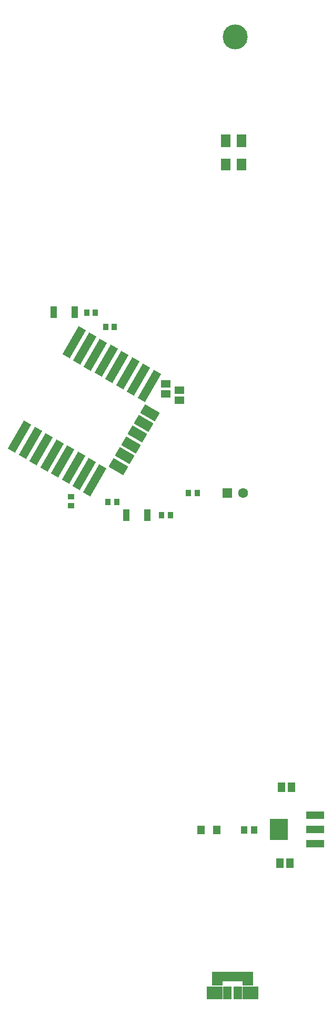
<source format=gbr>
%TF.GenerationSoftware,Altium Limited,Altium Designer,18.1.6 (161)*%
G04 Layer_Color=16711935*
%FSLAX26Y26*%
%MOIN*%
%TF.FileFunction,Soldermask,Bot*%
%TF.Part,Single*%
G01*
G75*
%TA.AperFunction,SMDPad,CuDef*%
%ADD37R,0.061150X0.045402*%
%ADD38R,0.045402X0.061150*%
G04:AMPARAMS|DCode=39|XSize=53mil|YSize=204.85mil|CornerRadius=0mil|HoleSize=0mil|Usage=FLASHONLY|Rotation=150.000|XOffset=0mil|YOffset=0mil|HoleType=Round|Shape=Rectangle|*
%AMROTATEDRECTD39*
4,1,4,0.074162,0.075453,-0.028263,-0.101953,-0.074162,-0.075453,0.028263,0.101953,0.074162,0.075453,0.0*
%
%ADD39ROTATEDRECTD39*%

G04:AMPARAMS|DCode=40|XSize=63mil|YSize=108mil|CornerRadius=0mil|HoleSize=0mil|Usage=FLASHONLY|Rotation=60.000|XOffset=0mil|YOffset=0mil|HoleType=Round|Shape=Rectangle|*
%AMROTATEDRECTD40*
4,1,4,0.031015,-0.054280,-0.062515,-0.000280,-0.031015,0.054280,0.062515,0.000280,0.031015,-0.054280,0.0*
%
%ADD40ROTATEDRECTD40*%

%ADD41R,0.043433X0.035559*%
%ADD42R,0.035559X0.043433*%
%ADD43R,0.063906X0.080047*%
%ADD44R,0.063906X0.076110*%
%TA.AperFunction,ConnectorPad*%
%ADD45R,0.054260X0.082803*%
%ADD46R,0.101504X0.082803*%
%ADD47R,0.066071X0.090677*%
%ADD48R,0.025716X0.062331*%
%TA.AperFunction,SMDPad,CuDef*%
%ADD49R,0.043433X0.047370*%
%ADD50R,0.114299X0.047370*%
%ADD51R,0.114299X0.137921*%
%ADD52R,0.051307X0.057213*%
%ADD53R,0.039496X0.074929*%
%TA.AperFunction,ComponentPad*%
%ADD54C,0.063118*%
%ADD55R,0.063118X0.063118*%
%TA.AperFunction,ViaPad*%
%ADD56C,0.158000*%
D37*
X4235000Y6566496D02*
D03*
Y6503504D02*
D03*
X4319292Y6526496D02*
D03*
Y6463504D02*
D03*
D38*
X4968504Y4015000D02*
D03*
X5031496D02*
D03*
X4958504Y3535000D02*
D03*
X5021496D02*
D03*
D39*
X3652450Y6829000D02*
D03*
X3720000Y6790000D02*
D03*
X3788416Y6750500D02*
D03*
X3855966Y6711500D02*
D03*
X3925248Y6671500D02*
D03*
X3992798Y6632500D02*
D03*
X4060348Y6593500D02*
D03*
X4128764Y6554000D02*
D03*
X3785142Y5956829D02*
D03*
X3716726Y5996329D02*
D03*
X3649176Y6035329D02*
D03*
X3580760Y6074829D02*
D03*
X3512344Y6114329D02*
D03*
X3444794Y6153329D02*
D03*
X3375512Y6193329D02*
D03*
X3307962Y6232329D02*
D03*
D40*
X4132095Y6383518D02*
D03*
X4093095Y6315968D02*
D03*
X4054095Y6248418D02*
D03*
X4014095Y6179136D02*
D03*
X3975095Y6111586D02*
D03*
X3935095Y6042304D02*
D03*
D41*
X3635000Y5797441D02*
D03*
Y5852559D02*
D03*
D42*
X3732441Y7015000D02*
D03*
X3787559D02*
D03*
X3907559Y6925000D02*
D03*
X3852441D02*
D03*
X4262559Y5735000D02*
D03*
X4207441D02*
D03*
X4432559Y5875000D02*
D03*
X4377441D02*
D03*
X3867441Y5820000D02*
D03*
X3922559D02*
D03*
D43*
X4713337Y8104055D02*
D03*
X4613337D02*
D03*
D44*
X4713337Y7952087D02*
D03*
X4613337D02*
D03*
D45*
X4624055Y2715000D02*
D03*
X4690000D02*
D03*
D46*
X4542362D02*
D03*
X4771693D02*
D03*
D47*
X4560079Y2805551D02*
D03*
X4753976D02*
D03*
D48*
X4605846Y2819724D02*
D03*
X4631437D02*
D03*
X4657028D02*
D03*
X4682618D02*
D03*
X4708209D02*
D03*
D49*
X4793189Y3745000D02*
D03*
X4730197D02*
D03*
D50*
X5181142Y3840551D02*
D03*
Y3750000D02*
D03*
Y3659449D02*
D03*
D51*
X4948858Y3750000D02*
D03*
D52*
X4457480Y3745000D02*
D03*
X4555906D02*
D03*
D53*
X4116929Y5735000D02*
D03*
X3983071D02*
D03*
X3523071Y7020000D02*
D03*
X3656929D02*
D03*
D54*
X4724000Y5875000D02*
D03*
D55*
X4624000D02*
D03*
D56*
X4674000Y8760000D02*
D03*
%TF.MD5,2c18fbe115b7ce52e590dfbd51da1dd1*%
M02*

</source>
